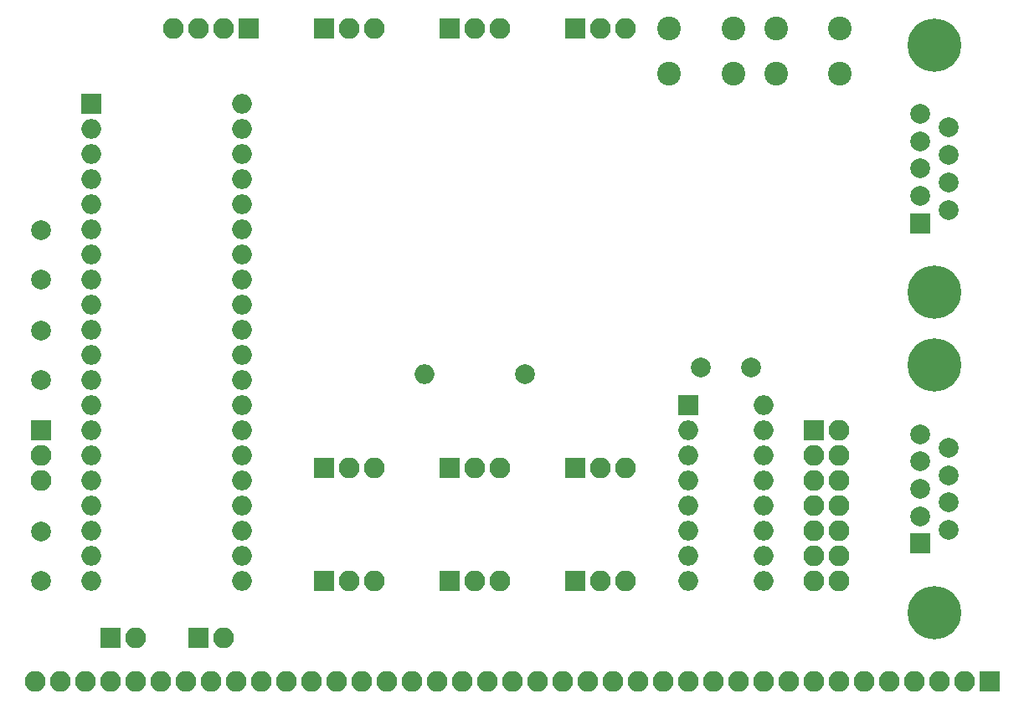
<source format=gts>
G04 #@! TF.FileFunction,Soldermask,Top*
%FSLAX46Y46*%
G04 Gerber Fmt 4.6, Leading zero omitted, Abs format (unit mm)*
G04 Created by KiCad (PCBNEW 4.0.7) date 02/14/19 14:15:43*
%MOMM*%
%LPD*%
G01*
G04 APERTURE LIST*
%ADD10C,0.100000*%
%ADD11C,2.000000*%
%ADD12R,2.000000X2.000000*%
%ADD13O,2.000000X2.000000*%
%ADD14R,2.100000X2.100000*%
%ADD15O,2.100000X2.100000*%
%ADD16C,5.400000*%
%ADD17C,2.400000*%
G04 APERTURE END LIST*
D10*
D11*
X54610000Y-132715000D03*
X54610000Y-127715000D03*
X126365000Y-111125000D03*
X121365000Y-111125000D03*
D12*
X120015000Y-114935000D03*
D13*
X127635000Y-132715000D03*
X120015000Y-117475000D03*
X127635000Y-130175000D03*
X120015000Y-120015000D03*
X127635000Y-127635000D03*
X120015000Y-122555000D03*
X127635000Y-125095000D03*
X120015000Y-125095000D03*
X127635000Y-122555000D03*
X120015000Y-127635000D03*
X127635000Y-120015000D03*
X120015000Y-130175000D03*
X127635000Y-117475000D03*
X120015000Y-132715000D03*
X127635000Y-114935000D03*
D14*
X132715000Y-117475000D03*
D15*
X135255000Y-117475000D03*
X132715000Y-120015000D03*
X135255000Y-120015000D03*
X132715000Y-122555000D03*
X135255000Y-122555000D03*
X132715000Y-125095000D03*
X135255000Y-125095000D03*
X132715000Y-127635000D03*
X135255000Y-127635000D03*
X132715000Y-130175000D03*
X135255000Y-130175000D03*
X132715000Y-132715000D03*
X135255000Y-132715000D03*
D11*
X54610000Y-102235000D03*
X54610000Y-97235000D03*
X54610000Y-112395000D03*
X54610000Y-107395000D03*
D14*
X150495000Y-142875000D03*
D15*
X147955000Y-142875000D03*
X145415000Y-142875000D03*
X142875000Y-142875000D03*
X140335000Y-142875000D03*
X137795000Y-142875000D03*
X135255000Y-142875000D03*
X132715000Y-142875000D03*
X130175000Y-142875000D03*
X127635000Y-142875000D03*
X125095000Y-142875000D03*
X122555000Y-142875000D03*
X120015000Y-142875000D03*
X117475000Y-142875000D03*
X114935000Y-142875000D03*
X112395000Y-142875000D03*
X109855000Y-142875000D03*
X107315000Y-142875000D03*
X104775000Y-142875000D03*
X102235000Y-142875000D03*
X99695000Y-142875000D03*
X97155000Y-142875000D03*
X94615000Y-142875000D03*
X92075000Y-142875000D03*
X89535000Y-142875000D03*
X86995000Y-142875000D03*
X84455000Y-142875000D03*
X81915000Y-142875000D03*
X79375000Y-142875000D03*
X76835000Y-142875000D03*
X74295000Y-142875000D03*
X71755000Y-142875000D03*
X69215000Y-142875000D03*
X66675000Y-142875000D03*
X64135000Y-142875000D03*
X61595000Y-142875000D03*
X59055000Y-142875000D03*
X56515000Y-142875000D03*
X53975000Y-142875000D03*
D14*
X83185000Y-132715000D03*
D15*
X85725000Y-132715000D03*
X88265000Y-132715000D03*
D14*
X95885000Y-132715000D03*
D15*
X98425000Y-132715000D03*
X100965000Y-132715000D03*
D14*
X70485000Y-138430000D03*
D15*
X73025000Y-138430000D03*
D14*
X61595000Y-138430000D03*
D15*
X64135000Y-138430000D03*
D11*
X103505000Y-111760000D03*
D13*
X93345000Y-111760000D03*
D12*
X59690000Y-84455000D03*
D13*
X74930000Y-132715000D03*
X59690000Y-86995000D03*
X74930000Y-130175000D03*
X59690000Y-89535000D03*
X74930000Y-127635000D03*
X59690000Y-92075000D03*
X74930000Y-125095000D03*
X59690000Y-94615000D03*
X74930000Y-122555000D03*
X59690000Y-97155000D03*
X74930000Y-120015000D03*
X59690000Y-99695000D03*
X74930000Y-117475000D03*
X59690000Y-102235000D03*
X74930000Y-114935000D03*
X59690000Y-104775000D03*
X74930000Y-112395000D03*
X59690000Y-107315000D03*
X74930000Y-109855000D03*
X59690000Y-109855000D03*
X74930000Y-107315000D03*
X59690000Y-112395000D03*
X74930000Y-104775000D03*
X59690000Y-114935000D03*
X74930000Y-102235000D03*
X59690000Y-117475000D03*
X74930000Y-99695000D03*
X59690000Y-120015000D03*
X74930000Y-97155000D03*
X59690000Y-122555000D03*
X74930000Y-94615000D03*
X59690000Y-125095000D03*
X74930000Y-92075000D03*
X59690000Y-127635000D03*
X74930000Y-89535000D03*
X59690000Y-130175000D03*
X74930000Y-86995000D03*
X59690000Y-132715000D03*
X74930000Y-84455000D03*
D14*
X75565000Y-76835000D03*
D15*
X73025000Y-76835000D03*
X70485000Y-76835000D03*
X67945000Y-76835000D03*
D12*
X143510000Y-96520000D03*
D11*
X143510000Y-93750000D03*
X143510000Y-90980000D03*
X143510000Y-88210000D03*
X143510000Y-85440000D03*
X146350000Y-95135000D03*
X146350000Y-92365000D03*
X146350000Y-89595000D03*
X146350000Y-86825000D03*
D16*
X144930000Y-78480000D03*
X144930000Y-103480000D03*
D12*
X143510000Y-128905000D03*
D11*
X143510000Y-126135000D03*
X143510000Y-123365000D03*
X143510000Y-120595000D03*
X143510000Y-117825000D03*
X146350000Y-127520000D03*
X146350000Y-124750000D03*
X146350000Y-121980000D03*
X146350000Y-119210000D03*
D16*
X144930000Y-110865000D03*
X144930000Y-135865000D03*
D14*
X54610000Y-117475000D03*
D15*
X54610000Y-120015000D03*
X54610000Y-122555000D03*
D14*
X83185000Y-121285000D03*
D15*
X85725000Y-121285000D03*
X88265000Y-121285000D03*
D14*
X95885000Y-121285000D03*
D15*
X98425000Y-121285000D03*
X100965000Y-121285000D03*
D14*
X83185000Y-76835000D03*
D15*
X85725000Y-76835000D03*
X88265000Y-76835000D03*
D14*
X95885000Y-76835000D03*
D15*
X98425000Y-76835000D03*
X100965000Y-76835000D03*
D14*
X108585000Y-76835000D03*
D15*
X111125000Y-76835000D03*
X113665000Y-76835000D03*
D17*
X118110000Y-81335000D03*
X118110000Y-76835000D03*
X124610000Y-81335000D03*
X124610000Y-76835000D03*
X128905000Y-81335000D03*
X128905000Y-76835000D03*
X135405000Y-81335000D03*
X135405000Y-76835000D03*
D14*
X108585000Y-132715000D03*
D15*
X111125000Y-132715000D03*
X113665000Y-132715000D03*
D14*
X108585000Y-121285000D03*
D15*
X111125000Y-121285000D03*
X113665000Y-121285000D03*
M02*

</source>
